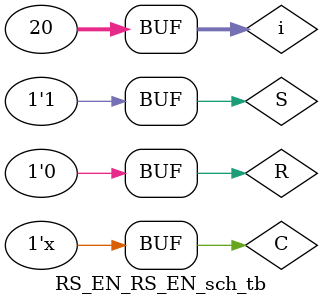
<source format=v>

`timescale 1ns / 1ps

module RS_EN_RS_EN_sch_tb();

// Inputs
   reg C;
   reg S;
   reg R;

// Output
   wire Qn;
   wire Q;

// Bidirs

// Instantiate the UUT
   RS_EN UUT (
		.C(C), 
		.S(S), 
		.R(R), 
		.Qn(Qn), 
		.Q(Q)
   );
// Initialize Inputs
//   `ifdef auto_init
		integer i=0;
       initial begin
		C = 0;
		S = 0;
		R = 0;
		#40;
		S = 0;
		R = 0;
		S = 1;
		R = 0;
		#100;
		S = 0;
		R = 1;
		#100;
		S = 1;
		R = 1;
		#100;
		S = 0;
		R = 0;
		#100;
		S = 1;
		R = 0;
	end
	always @*
		for(i=0;i<20;i=i+1)begin
		#50;
		C<=~C;
	end
//   `endif
endmodule

</source>
